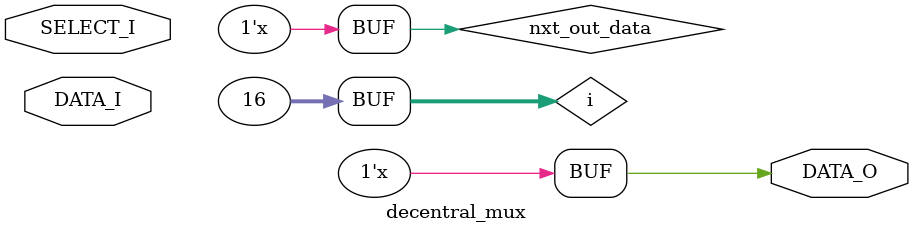
<source format=v>
/* =====================================================================
-- Copyright 2021
-- IMMS GmbH
-- All rights reserved
--
-- ---------------------------------------------------------------------
-- Title: Decoder Basic Blocks
-- ---------------------------------------------------------------------
-- Associated Filename: decentral_mux.v
-- Description: A variety of decoder implementation
-- Assumption: external signals
-- Limitation: clk frequency
-- =====================================================================
*/

`timescale 1ns/1ps

module decentral_mux #(
    parameter DATA_WIDTH = 1,
    parameter ADR_WIDTH = 8,
    parameter NINPUTS = 16
)
(
    //-- Inputs
    input wire [ADR_WIDTH-1:0] SELECT_I,    //-- Selection of column
    input wire [NINPUTS*DATA_WIDTH-1:0] DATA_I,
    //-- Outputs
    output wire [DATA_WIDTH-1:0] DATA_O
);

//-- Internal Register Declaration
reg [DATA_WIDTH-1:0] data_sel [NINPUTS-1:0];
reg [DATA_WIDTH-1:0] nxt_data [NINPUTS-1:0];
reg [DATA_WIDTH-1:0] nxt_out_data;

//-- Internal Pointer
integer i;

always @(*)
begin
    for (i=0; i<NINPUTS; i=i+1)
    begin
        if (i == SELECT_I)
        begin
            data_sel[i] <= {DATA_WIDTH{1'b1}};
        end
        else begin
            data_sel[i] <= {DATA_WIDTH{1'b0}};
        end
    end

    for (i=0; i<NINPUTS; i=i+1)
    begin
        nxt_data[i] <= data_sel[i] & DATA_I[i*DATA_WIDTH +: DATA_WIDTH];
    end

    //-- Default pixel value
    nxt_out_data = {DATA_WIDTH{1'b0}};

    for (i=0; i<NINPUTS; i=i+1)
    begin
        nxt_out_data = nxt_out_data | nxt_data[i];
    end
end

//-- Concurrent Output Assignment
assign DATA_O = nxt_out_data;

endmodule

</source>
